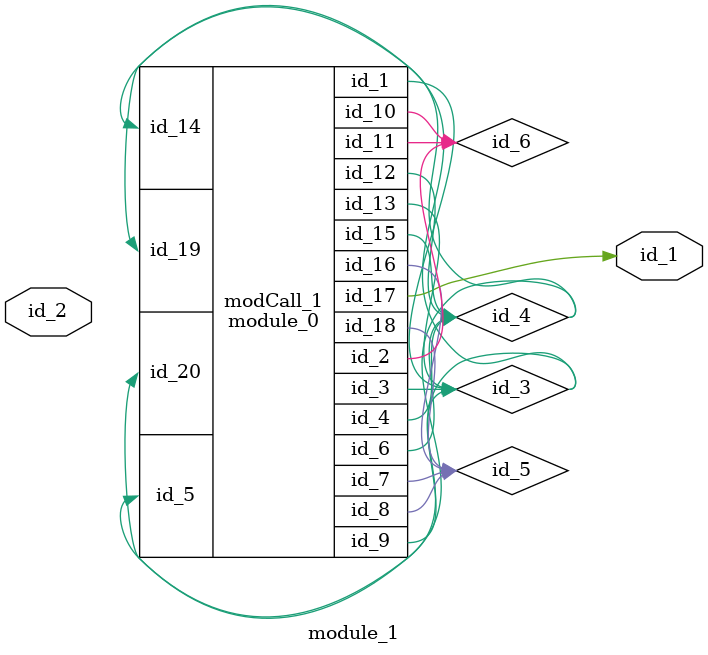
<source format=v>
module module_0 (
    id_1,
    id_2,
    id_3,
    id_4,
    id_5,
    id_6,
    id_7,
    id_8,
    id_9,
    id_10,
    id_11,
    id_12,
    id_13,
    id_14,
    id_15,
    id_16,
    id_17,
    id_18,
    id_19,
    id_20
);
  input wire id_20;
  input wire id_19;
  inout wire id_18;
  output wire id_17;
  inout wire id_16;
  output wire id_15;
  input wire id_14;
  inout wire id_13;
  inout wire id_12;
  inout wire id_11;
  output wire id_10;
  output wire id_9;
  output wire id_8;
  output wire id_7;
  inout wire id_6;
  input wire id_5;
  inout wire id_4;
  inout wire id_3;
  inout wire id_2;
  output wire id_1;
endmodule
module module_1 (
    id_1,
    id_2
);
  input wire id_2;
  output wire id_1;
  wire id_3, id_4, id_5, id_6;
  module_0 modCall_1 (
      id_3,
      id_6,
      id_3,
      id_4,
      id_3,
      id_4,
      id_5,
      id_5,
      id_3,
      id_6,
      id_6,
      id_4,
      id_3,
      id_4,
      id_4,
      id_5,
      id_1,
      id_5,
      id_3,
      id_4
  );
endmodule

</source>
